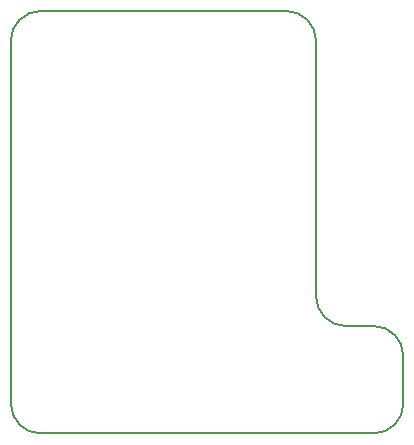
<source format=gbr>
%TF.GenerationSoftware,KiCad,Pcbnew,(6.0.8)*%
%TF.CreationDate,2023-02-11T16:42:38+01:00*%
%TF.ProjectId,VNF1048FTR_TestBoard,564e4631-3034-4384-9654-525f54657374,rev?*%
%TF.SameCoordinates,Original*%
%TF.FileFunction,Profile,NP*%
%FSLAX46Y46*%
G04 Gerber Fmt 4.6, Leading zero omitted, Abs format (unit mm)*
G04 Created by KiCad (PCBNEW (6.0.8)) date 2023-02-11 16:42:38*
%MOMM*%
%LPD*%
G01*
G04 APERTURE LIST*
%TA.AperFunction,Profile*%
%ADD10C,0.150000*%
%TD*%
G04 APERTURE END LIST*
D10*
X126695200Y-27203400D02*
X127972549Y-27196051D01*
X130505200Y-51333400D02*
X130512549Y-29736051D01*
X137903949Y-56406051D02*
X137903949Y-60433949D01*
X133045200Y-53873400D02*
X135382000Y-53866051D01*
X130505200Y-51333400D02*
G75*
G03*
X133045200Y-53873400I2540001J1D01*
G01*
X137903949Y-56406051D02*
G75*
G03*
X135363949Y-53866051I-2540001J-1D01*
G01*
X126695200Y-27203400D02*
X107206051Y-27196051D01*
X104666051Y-60452000D02*
X104666051Y-29736051D01*
X107188000Y-62973949D02*
X135363949Y-62973949D01*
X130512549Y-29736051D02*
G75*
G03*
X127972549Y-27196051I-2540000J0D01*
G01*
X107206051Y-27196051D02*
G75*
G03*
X104666051Y-29736051I0J-2540000D01*
G01*
X104666051Y-60433949D02*
G75*
G03*
X107206051Y-62973949I2540000J0D01*
G01*
X135363949Y-62973949D02*
G75*
G03*
X137903949Y-60433949I0J2540000D01*
G01*
M02*

</source>
